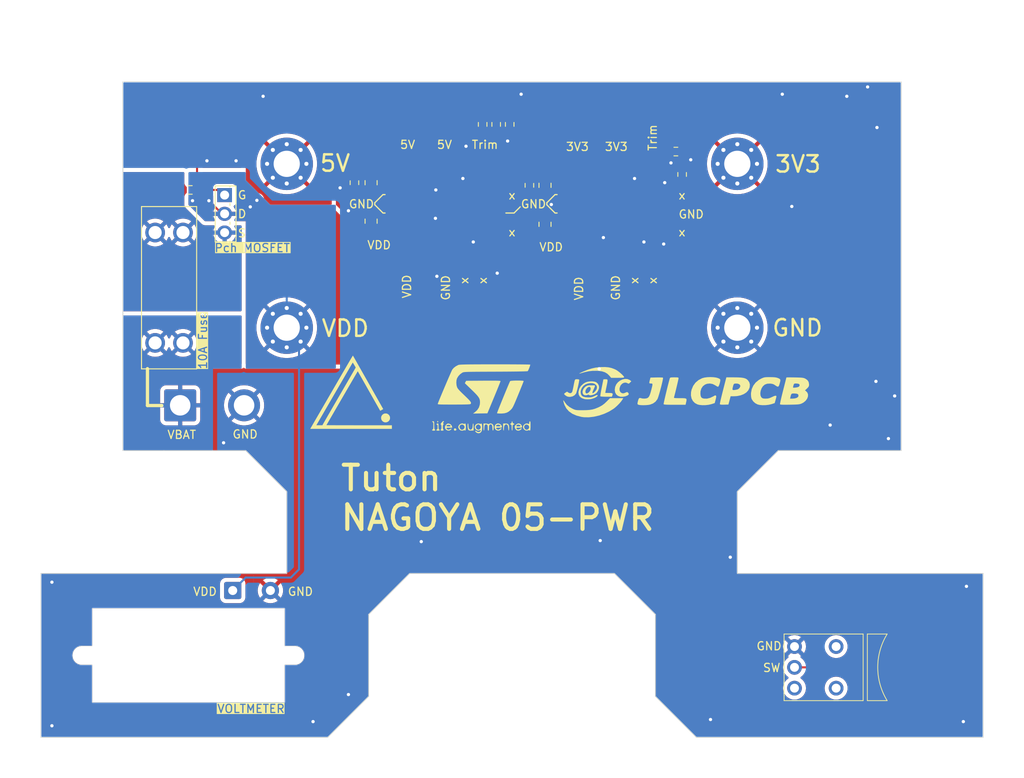
<source format=kicad_pcb>
(kicad_pcb (version 20221018) (generator pcbnew)
  (layers (0 "F.Cu" signal) (31 "B.Cu" signal) (34 "B.Paste" user) (35 "F.Paste" user) (36 "B.SilkS" user "B.Silkscreen") (37 "F.SilkS" user "F.Silkscreen") (38 "B.Mask" user) (39 "F.Mask" user) (44 "Edge.Cuts" user))
  (net 0 "")
  (net 1 "VDD")
  (net 2 "GND")
  (net 3 "+3V3")
  (net 4 "+5V")
  (net 5 "Net-(Q1-S)")
  (net 6 "Net-(J2-Pin_1)")
  (net 7 "Net-(Q1-G)")
  (net 8 "Net-(U2-Trim)")
  (net 9 "Net-(R1-Pad2)")
  (net 10 "Net-(R2-Pad2)")
  (net 11 "Net-(U1-Trim)")
  (net 12 "Net-(R4-Pad2)")
  (footprint "Capacitor_SMD:C_0805_2012Metric" (layer "F.Cu") (at 60.298 87 90)
    (fp_text reference "C1" hide)
    (fp_text value "22uF" hide)
    (pad "1" smd roundrect (at -0.95 0 90) (size 1 1.45) (layers "F.Cu" "F.Paste" "F.Mask") (net 1 "VDD"))
    (pad "2" smd roundrect (at 0.95 0 90) (size 1 1.45) (layers "F.Cu" "F.Paste" "F.Mask") (net 2 "GND"))
  )
  (footprint "Capacitor_SMD:C_0805_2012Metric" (layer "F.Cu") (at 81.526 87.38 90)
    (fp_text reference "C2" hide)
    (fp_text value "22uF" hide)
    (pad "1" smd roundrect (at -0.95 0 90) (size 1 1.45) (layers "F.Cu" "F.Paste" "F.Mask") (net 1 "VDD"))
    (pad "2" smd roundrect (at 0.95 0 90) (size 1 1.45) (layers "F.Cu" "F.Paste" "F.Mask") (net 2 "GND"))
  )
  (footprint "Akiduki:FUSE_3557-15" (layer "F.Cu") (at 35.638 95.119 -90)
    (fp_text reference "F1" hide)
    (fp_text value "Fuse" hide)
    (pad "1" thru_hole circle (at -6.735 -1.7 270) (size 2.4 2.4) (drill 1.6) (layers "*.Cu" "*.Mask") (net 5 "Net-(Q1-S)"))
    (pad "1" thru_hole circle (at -6.735 1.7 270) (size 2.4 2.4) (drill 1.6) (layers "*.Cu" "*.Mask") (net 5 "Net-(Q1-S)"))
    (pad "2" thru_hole circle (at 6.735 -1.7 270) (size 2.4 2.4) (drill 1.6) (layers "*.Cu" "*.Mask") (net 6 "Net-(J2-Pin_1)"))
    (pad "2" thru_hole circle (at 6.735 1.7 270) (size 2.4 2.4) (drill 1.6) (layers "*.Cu" "*.Mask") (net 6 "Net-(J2-Pin_1)"))
  )
  (footprint "Resistor_SMD:R_0603_1608Metric" (layer "F.Cu") (at 38.227 83.185)
    (fp_text reference "R8" hide)
    (fp_text value "10k" hide)
    (pad "1" smd roundrect (at -0.825 0) (size 0.8 0.95) (layers "F.Cu" "F.Paste" "F.Mask") (net 5 "Net-(Q1-S)"))
    (pad "2" smd roundrect (at 0.825 0) (size 0.8 0.95) (layers "F.Cu" "F.Paste" "F.Mask") (net 7 "Net-(Q1-G)"))
  )
  (footprint "MountingHole:MountingHole_3.2mm_M3_Pad_Via" (layer "F.Cu") (at 105 100)
    (fp_text reference "H2" hide)
    (fp_text value "ToMainGND" hide)
    (pad "1" thru_hole circle (at -2.4 0) (size 0.8 0.8) (drill 0.5) (layers "*.Cu" "*.Mask") (net 2 "GND"))
    (pad "1" thru_hole circle (at -1.697056 -1.697056) (size 0.8 0.8) (drill 0.5) (layers "*.Cu" "*.Mask") (net 2 "GND"))
    (pad "1" thru_hole circle (at -1.697056 1.697056) (size 0.8 0.8) (drill 0.5) (layers "*.Cu" "*.Mask") (net 2 "GND"))
    (pad "1" thru_hole circle (at 0 -2.4) (size 0.8 0.8) (drill 0.5) (layers "*.Cu" "*.Mask") (net 2 "GND"))
    (pad "1" thru_hole circle (at 0 0) (size 6.4 6.4) (drill 3.2) (layers "*.Cu" "*.Mask") (net 2 "GND"))
    (pad "1" thru_hole circle (at 0 2.4) (size 0.8 0.8) (drill 0.5) (layers "*.Cu" "*.Mask") (net 2 "GND"))
    (pad "1" thru_hole circle (at 1.697056 -1.697056) (size 0.8 0.8) (drill 0.5) (layers "*.Cu" "*.Mask") (net 2 "GND"))
    (pad "1" thru_hole circle (at 1.697056 1.697056) (size 0.8 0.8) (drill 0.5) (layers "*.Cu" "*.Mask") (net 2 "GND"))
    (pad "1" thru_hole circle (at 2.4 0) (size 0.8 0.8) (drill 0.5) (layers "*.Cu" "*.Mask") (net 2 "GND"))
  )
  (footprint "Resistor_SMD:R_0603_1608Metric" (layer "F.Cu") (at 79.621 82.62 -90)
    (fp_text reference "R6" hide)
    (fp_text value "1.2k" hide)
    (pad "1" smd roundrect (at -0.825 0 270) (size 0.8 0.95) (layers "F.Cu" "F.Paste" "F.Mask") (net 3 "+3V3"))
    (pad "2" smd roundrect (at 0.825 0 270) (size 0.8 0.95) (layers "F.Cu" "F.Paste" "F.Mask") (net 2 "GND"))
  )
  (footprint "Resistor_SMD:R_0603_1608Metric" (layer "F.Cu") (at 77.216 75.184 90)
    (fp_text reference "R3" hide)
    (fp_text value "10" hide)
    (pad "1" smd roundrect (at -0.825 0 90) (size 0.8 0.95) (layers "F.Cu" "F.Paste" "F.Mask") (net 10 "Net-(R2-Pad2)"))
    (pad "2" smd roundrect (at 0.825 0 90) (size 0.8 0.95) (layers "F.Cu" "F.Paste" "F.Mask") (net 2 "GND"))
  )
  (footprint "Resistor_SMD:R_0603_1608Metric" (layer "F.Cu") (at 58.266 82.301 -90)
    (fp_text reference "R7" hide)
    (fp_text value "1.2k" hide)
    (pad "1" smd roundrect (at -0.825 0 270) (size 0.8 0.95) (layers "F.Cu" "F.Paste" "F.Mask") (net 4 "+5V"))
    (pad "2" smd roundrect (at 0.825 0 270) (size 0.8 0.95) (layers "F.Cu" "F.Paste" "F.Mask") (net 2 "GND"))
  )
  (footprint "logo:st_logo_middle" (layer "F.Cu") (at 73.75 108.65)
    (fp_text reference "G***" hide)
    (fp_text value "LOGO" hide)
  )
  (footprint "Resistor_SMD:R_0603_1608Metric" (layer "F.Cu") (at 97.5 78.5)
    (fp_text reference "R4" hide)
    (fp_text value "1.5k" hide)
    (pad "1" smd roundrect (at -0.825 0) (size 0.8 0.95) (layers "F.Cu" "F.Paste" "F.Mask") (net 11 "Net-(U1-Trim)"))
    (pad "2" smd roundrect (at 0.825 0) (size 0.8 0.95) (layers "F.Cu" "F.Paste" "F.Mask") (net 12 "Net-(R4-Pad2)"))
  )
  (footprint "Akiduki:OKL-T6-W12N-C-SMD" (layer "F.Cu") (at 69.342 86.106 90)
    (fp_text reference "U2" hide)
    (fp_text value "~" hide)
    (pad "1" smd rect (at -5.6 0 90) (size 3 1.2) (layers "F.Cu" "F.Paste" "F.Mask") (net 2 "GND"))
    (pad "2" smd rect (at -5.6 -4.58 90) (size 3 1.2) (layers "F.Cu" "F.Paste" "F.Mask") (net 1 "VDD"))
    (pad "2" smd rect (at -3.6576 -4.58 90) (size 4 2) (layers "F.Cu" "F.Paste" "F.Mask") (net 1 "VDD"))
    (pad "2" smd rect (at -2.29 -5.6 90) (size 1.2 3) (layers "F.Cu" "F.Paste" "F.Mask") (net 1 "VDD"))
    (pad "3" smd rect (at 0 -5.6 90) (size 1.2 3) (layers "F.Cu" "F.Paste" "F.Mask") (net 2 "GND"))
    (pad "3" smd rect (at 1.14735 -4.58) (size 1.77 4.1121) (layers "F.Cu" "F.Paste" "F.Mask") (net 2 "GND"))
    (pad "3" smd rect (at 2.29 -5.6 90) (size 1.2 3) (layers "F.Cu" "F.Paste" "F.Mask") (net 2 "GND"))
    (pad "4" smd rect (at 4.7244 -3.4798 180) (size 4.17 1.862) (layers "F.Cu" "F.Paste" "F.Mask") (net 4 "+5V"))
    (pad "4" smd rect (at 5.6 -4.58 90) (size 3 1.2) (layers "F.Cu" "F.Paste" "F.Mask") (net 4 "+5V"))
    (pad "5" smd rect (at 5.6 0 90) (size 3 1.2) (layers "F.Cu" "F.Paste" "F.Mask") (net 4 "+5V"))
    (pad "6" smd rect (at 5.6 4.58 90) (size 3 1.2) (layers "F.Cu" "F.Paste" "F.Mask") (net 8 "Net-(U2-Trim)"))
    (pad "7" smd rect (at 0 5.6 90) (size 1.2 3) (layers "F.Cu" "F.Paste" "F.Mask") (net 2 "GND"))
    (pad "8" smd rect (at -2.29 5.6 90) (size 1.2 3) (layers "F.Cu" "F.Paste" "F.Mask"))
    (pad "9" smd rect (at -5.6 4.58 90) (size 3 1.2) (layers "F.Cu" "F.Paste" "F.Mask"))
    (pad "10" smd rect (at -5.6 2.29 90) (size 3 1.2) (layers "F.Cu" "F.Paste" "F.Mask"))
    (pad "11" smd rect (at 6.35 2.29 90) (size 1.5 1.2) (layers "F.Cu" "F.Paste" "F.Mask"))
    (pad "12" smd rect (at 2.29 5.6 90) (size 1.2 3) (layers "F.Cu" "F.Paste" "F.Mask"))
  )
  (footprint "Package_TO_SOT_THT:TO-251-3_Vertical" (layer "F.Cu") (at 42.418 83.812 -90)
    (fp_text reference "Q1" hide)
    (fp_text value "Q_PMOS_GDS" hide)
    (pad "1" thru_hole rect (at 0 0 270) (size 1.7175 1.8) (drill 1.1) (layers "*.Cu" "*.Mask") (net 7 "Net-(Q1-G)"))
    (pad "2" thru_hole oval (at 2.29 0 270) (size 1.7175 1.8) (drill 1.1) (layers "*.Cu" "*.Mask") (net 1 "VDD"))
    (pad "3" thru_hole oval (at 4.58 0 270) (size 1.7175 1.8) (drill 1.1) (layers "*.Cu" "*.Mask") (net 5 "Net-(Q1-S)"))
  )
  (footprint "MountingHole:MountingHole_3.2mm_M3_Pad_Via" (layer "F.Cu") (at 50 80)
    (fp_text reference "H4" hide)
    (fp_text value "ToMain5V" hide)
    (pad "1" thru_hole circle (at -2.4 0) (size 0.8 0.8) (drill 0.5) (layers "*.Cu" "*.Mask") (net 4 "+5V"))
    (pad "1" thru_hole circle (at -1.697056 -1.697056) (size 0.8 0.8) (drill 0.5) (layers "*.Cu" "*.Mask") (net 4 "+5V"))
    (pad "1" thru_hole circle (at -1.697056 1.697056) (size 0.8 0.8) (drill 0.5) (layers "*.Cu" "*.Mask") (net 4 "+5V"))
    (pad "1" thru_hole circle (at 0 -2.4) (size 0.8 0.8) (drill 0.5) (layers "*.Cu" "*.Mask") (net 4 "+5V"))
    (pad "1" thru_hole circle (at 0 0) (size 6.4 6.4) (drill 3.2) (layers "*.Cu" "*.Mask") (net 4 "+5V"))
    (pad "1" thru_hole circle (at 0 2.4) (size 0.8 0.8) (drill 0.5) (layers "*.Cu" "*.Mask") (net 4 "+5V"))
    (pad "1" thru_hole circle (at 1.697056 -1.697056) (size 0.8 0.8) (drill 0.5) (layers "*.Cu" "*.Mask") (net 4 "+5V"))
    (pad "1" thru_hole circle (at 1.697056 1.697056) (size 0.8 0.8) (drill 0.5) (layers "*.Cu" "*.Mask") (net 4 "+5V"))
    (pad "1" thru_hole circle (at 2.4 0) (size 0.8 0.8) (drill 0.5) (layers "*.Cu" "*.Mask") (net 4 "+5V"))
  )
  (footprint "Akiduki:AkizukiSmallRockerSwitchHorizontal" (layer "F.Cu") (at 111.979859 141.46 90)
    (fp_text reference "SW1" hide)
    (fp_text value "SW_SPST" hide)
    (pad "" thru_hole circle (at -2.54 5.08 90) (size 1.8 1.8) (drill 1.09) (layers "*.Cu" "*.Mask"))
    (pad "" thru_hole circle (at 2.54 5.08 90) (size 1.8 1.8) (drill 1.09) (layers "*.Cu" "*.Mask"))
    (pad "1" thru_hole circle (at 2.54 0 90) (size 1.8 1.8) (drill 1.09) (layers "*.Cu" "*.Mask") (net 2 "GND"))
    (pad "2" thru_hole circle (at 0 0 90) (size 1.8 1.8) (drill 1.09) (layers "*.Cu" "*.Mask") (net 7 "Net-(Q1-G)"))
    (pad "3" thru_hole circle (at -2.54 0 90) (size 1.8 1.8) (drill 1.09) (layers "*.Cu" "*.Mask"))
  )
  (footprint "Capacitor_SMD:C_0805_2012Metric" (layer "F.Cu") (at 60.298 82.301 -90)
    (fp_text reference "C4" hide)
    (fp_text value "10uF" hide)
    (pad "1" smd roundrect (at -0.95 0 270) (size 1 1.45) (layers "F.Cu" "F.Paste" "F.Mask") (net 4 "+5V"))
    (pad "2" smd roundrect (at 0.95 0 270) (size 1 1.45) (layers "F.Cu" "F.Paste" "F.Mask") (net 2 "GND"))
  )
  (footprint "MountingHole:MountingHole_3.2mm_M3_Pad_Via" (layer "F.Cu") (at 50 100)
    (fp_text reference "H1" hide)
    (fp_text value "ToMainVDD" hide)
    (pad "1" thru_hole circle (at -2.4 0) (size 0.8 0.8) (drill 0.5) (layers "*.Cu" "*.Mask") (net 1 "VDD"))
    (pad "1" thru_hole circle (at -1.697056 -1.697056) (size 0.8 0.8) (drill 0.5) (layers "*.Cu" "*.Mask") (net 1 "VDD"))
    (pad "1" thru_hole circle (at -1.697056 1.697056) (size 0.8 0.8) (drill 0.5) (layers "*.Cu" "*.Mask") (net 1 "VDD"))
    (pad "1" thru_hole circle (at 0 -2.4) (size 0.8 0.8) (drill 0.5) (layers "*.Cu" "*.Mask") (net 1 "VDD"))
    (pad "1" thru_hole circle (at 0 0) (size 6.4 6.4) (drill 3.2) (layers "*.Cu" "*.Mask") (net 1 "VDD"))
    (pad "1" thru_hole circle (at 0 2.4) (size 0.8 0.8) (drill 0.5) (layers "*.Cu" "*.Mask") (net 1 "VDD"))
    (pad "1" thru_hole circle (at 1.697056 -1.697056) (size 0.8 0.8) (drill 0.5) (layers "*.Cu" "*.Mask") (net 1 "VDD"))
    (pad "1" thru_hole circle (at 1.697056 1.697056) (size 0.8 0.8) (drill 0.5) (layers "*.Cu" "*.Mask") (net 1 "VDD"))
    (pad "1" thru_hole circle (at 2.4 0) (size 0.8 0.8) (drill 0.5) (layers "*.Cu" "*.Mask") (net 1 "VDD"))
  )
  (footprint "Connector_Wire:SolderWire-2sqmm_1x02_P7.8mm_D2mm_OD3.9mm" (layer "F.Cu") (at 36.994 109.474)
    (fp_text reference "J2" hide)
    (fp_text value "Battery" hide)
    (pad "1" thru_hole roundrect (at 0 0) (size 3.9 3.9) (drill 2.5) (layers "*.Cu" "*.Mask") (roundrect_rratio 0.06410307692) (net 6 "Net-(J2-Pin_1)"))
    (pad "2" thru_hole circle (at 7.8 0) (size 3.9 3.9) (drill 2.5) (layers "*.Cu" "*.Mask") (net 2 "GND"))
  )
  (footprint "logo:tuton_logo" (layer "F.Cu") (at 57.85 107.85)
    (fp_text reference "G***" hide)
    (fp_text value "LOGO" hide)
  )
  (footprint "Resistor_SMD:R_0603_1608Metric" (layer "F.Cu") (at 98.262 81.294 -90)
    (fp_text reference "R5" hide)
    (fp_text value "680" hide)
    (pad "1" smd roundrect (at -0.825 0 270) (size 0.8 0.95) (layers "F.Cu" "F.Paste" "F.Mask") (net 12 "Net-(R4-Pad2)"))
    (pad "2" smd roundrect (at 0.825 0 270) (size 0.8 0.95) (layers "F.Cu" "F.Paste" "F.Mask") (net 2 "GND"))
  )
  (footprint "Capacitor_SMD:C_0805_2012Metric" (layer "F.Cu") (at 81.526 82.62 -90)
    (fp_text reference "C3" hide)
    (fp_text value "10uF" hide)
    (pad "1" smd roundrect (at -0.95 0 270) (size 1 1.45) (layers "F.Cu" "F.Paste" "F.Mask") (net 3 "+3V3"))
    (pad "2" smd roundrect (at 0.95 0 270) (size 1 1.45) (layers "F.Cu" "F.Paste" "F.Mask") (net 2 "GND"))
  )
  (footprint "MountingHole:MountingHole_3.2mm_M3_Pad_Via" (layer "F.Cu") (at 105 80)
    (fp_text reference "H3" hide)
    (fp_text value "ToMain3V3" hide)
    (pad "1" thru_hole circle (at -2.4 0) (size 0.8 0.8) (drill 0.5) (layers "*.Cu" "*.Mask") (net 3 "+3V3"))
    (pad "1" thru_hole circle (at -1.697056 -1.697056) (size 0.8 0.8) (drill 0.5) (layers "*.Cu" "*.Mask") (net 3 "+3V3"))
    (pad "1" thru_hole circle (at -1.697056 1.697056) (size 0.8 0.8) (drill 0.5) (layers "*.Cu" "*.Mask") (net 3 "+3V3"))
    (pad "1" thru_hole circle (at 0 -2.4) (size 0.8 0.8) (drill 0.5) (layers "*.Cu" "*.Mask") (net 3 "+3V3"))
    (pad "1" thru_hole circle (at 0 0) (size 6.4 6.4) (drill 3.2) (layers "*.Cu" "*.Mask") (net 3 "+3V3"))
    (pad "1" thru_hole circle (at 0 2.4) (size 0.8 0.8) (drill 0.5) (layers "*.Cu" "*.Mask") (net 3 "+3V3"))
    (pad "1" thru_hole circle (at 1.697056 -1.697056) (size 0.8 0.8) (drill 0.5) (layers "*.Cu" "*.Mask") (net 3 "+3V3"))
    (pad "1" thru_hole circle (at 1.697056 1.697056) (size 0.8 0.8) (drill 0.5) (layers "*.Cu" "*.Mask") (net 3 "+3V3"))
    (pad "1" thru_hole circle (at 2.4 0) (size 0.8 0.8) (drill 0.5) (layers "*.Cu" "*.Mask") (net 3 "+3V3"))
  )
  (footprint "Resistor_SMD:R_0603_1608Metric" (layer "F.Cu") (at 75.565 75.184 -90)
    (fp_text reference "R2" hide)
    (fp_text value "330" hide)
    (pad "1" smd roundrect (at -0.825 0 270) (size 0.8 0.95) (layers "F.Cu" "F.Paste" "F.Mask") (net 9 "Net-(R1-Pad2)"))
    (pad "2" smd roundrect (at 0.825 0 270) (size 0.8 0.95) (layers "F.Cu" "F.Paste" "F.Mask") (net 10 "Net-(R2-Pad2)"))
  )
  (footprint "Resistor_SMD:R_0603_1608Metric" (layer "F.Cu") (at 73.914 75.184 90)
    (fp_text reference "R1" hide)
    (fp_text value "1k" hide)
    (pad "1" smd roundrect (at -0.825 0 90) (size 0.8 0.95) (layers "F.Cu" "F.Paste" "F.Mask") (net 8 "Net-(U2-Trim)"))
    (pad "2" smd roundrect (at 0.825 0 90) (size 0.8 0.95) (layers "F.Cu" "F.Paste" "F.Mask") (net 9 "Net-(R1-Pad2)"))
  )
  (footprint "Connector_Wire:SolderWire-0.5sqmm_1x02_P4.6mm_D0.9mm_OD2.1mm" (layer "F.Cu") (at 43.406 132.08)
    (fp_text reference "J1" hide)
    (fp_text value "voltmeter" hide)
    (pad "1" thru_hole roundrect (at 0 0) (size 2.1 2.1) (drill 1.1) (layers "*.Cu" "*.Mask") (roundrect_rratio 0.1190480952) (net 1 "VDD"))
    (pad "2" thru_hole circle (at 4.6 0) (size 2.1 2.1) (drill 1.1) (layers "*.Cu" "*.Mask") (net 2 "GND"))
  )
  (footprint "Akiduki:Voltmeter" (layer "F.Cu") (at 38 140)
    (fp_text reference "REF**" hide)
    (fp_text value "voltmeter" hide)
    (fp_line (start -13 -1.15) (end -11.75 -1.15) (stroke (width 0.05)) (layer "Edge.Cuts"))
    (fp_line (start -11.75 -5.75) (end 11.75 -5.75) (stroke (width 0.05)) (layer "Edge.Cuts"))
    (fp_line (start -11.75 -1.15) (end -11.75 -5.75) (stroke (width 0.05)) (layer "Edge.Cuts"))
    (fp_line (start -11.75 1.15) (end -13 1.15) (stroke (width 0.05)) (layer "Edge.Cuts"))
    (fp_line (start -11.75 5.75) (end -11.75 1.15) (stroke (width 0.05)) (layer "Edge.Cuts"))
    (fp_line (start 11.75 -5.75) (end 11.75 -1.15) (stroke (width 0.05)) (layer "Edge.Cuts"))
    (fp_line (start 11.75 -1.15) (end 13 -1.15) (stroke (width 0.05)) (layer "Edge.Cuts"))
    (fp_line (start 11.75 1.15) (end 11.75 5.75) (stroke (width 0.05)) (layer "Edge.Cuts"))
    (fp_line (start 11.75 5.75) (end -11.75 5.75) (stroke (width 0.05)) (layer "Edge.Cuts"))
    (fp_line (start 13 1.15) (end 11.75 1.15) (stroke (width 0.05)) (layer "Edge.Cuts"))
    (fp_arc (start -13 1.15) (mid -14.15 0) (end -13 -1.15) (stroke (width 0.05)) (layer "Edge.Cuts"))
    (fp_arc (start 13 -1.15) (mid 14.15 0) (end 13 1.15) (stroke (width 0.05)) (layer "Edge.Cuts"))
  )
  (footprint "Akiduki:OKL-T6-W12N-C-SMD" (layer "F.Cu") (at 90.17 86.106 90)
    (fp_text reference "U1" hide)
    (fp_text value "~" hide)
    (pad "1" smd rect (at -5.6 0 90) (size 3 1.2) (layers "F.Cu" "F.Paste" "F.Mask") (net 2 "GND"))
    (pad "2" smd rect (at -5.6 -4.58 90) (size 3 1.2) (layers "F.Cu" "F.Paste" "F.Mask") (net 1 "VDD"))
    (pad "2" smd rect (at -3.6576 -4.58 90) (size 4 2) (layers "F.Cu" "F.Paste" "F.Mask") (net 1 "VDD"))
    (pad "2" smd rect (at -2.29 -5.6 90) (size 1.2 3) (layers "F.Cu" "F.Paste" "F.Mask") (net 1 "VDD"))
    (pad "3" smd rect (at 0 -5.6 90) (size 1.2 3) (layers "F.Cu" "F.Paste" "F.Mask") (net 2 "GND"))
    (pad "3" smd rect (at 1.14735 -4.58) (size 1.77 4.1121) (layers "F.Cu" "F.Paste" "F.Mask") (net 2 "GND"))
    (pad "3" smd rect (at 2.29 -5.6 90) (size 1.2 3) (layers "F.Cu" "F.Paste" "F.Mask") (net 2 "GND"))
    (pad "4" smd rect (at 4.7244 -3.4798 180) (size 4.17 1.862) (layers "F.Cu" "F.Paste" "F.Mask") (net 3 "+3V3"))
    (pad "4" smd rect (at 5.6 -4.58 90) (size 3 1.2) (layers "F.Cu" "F.Paste" "F.Mask") (net 3 "+3V3"))
    (pad "5" smd rect (at 5.6 0 90) (size 3 1.2) (layers "F.Cu" "F.Paste" "F.Mask") (net 3 "+3V3"))
    (pad "6" smd rect (at 5.6 4.58 90) (size 3 1.2) (layers "F.Cu" "F.Paste" "F.Mask") (net 11 "Net-(U1-Trim)"))
    (pad "7" smd rect (at 0 5.6 90) (size 1.2 3) (layers "F.Cu" "F.Paste" "F.Mask") (net 2 "GND"))
    (pad "8" smd rect (at -2.29 5.6 90) (size 1.2 3) (layers "F.Cu" "F.Paste" "F.Mask"))
    (pad "9" smd rect (at -5.6 4.58 90) (size 3 1.2) (layers "F.Cu" "F.Paste" "F.Mask"))
    (pad "10" smd rect (at -5.6 2.29 90) (size 3 1.2) (layers "F.Cu" "F.Paste" "F.Mask"))
    (pad "11" smd rect (at 6.35 2.29 90) (size 1.5 1.2) (layers "F.Cu" "F.Paste" "F.Mask"))
    (pad "12" smd rect (at 2.29 5.6 90) (size 1.2 3) (layers "F.Cu" "F.Paste" "F.Mask"))
  )
  (footprint "logo:jlcpcb_logo_big" (layer "F.Cu") (at 98.75 107.85)
    (fp_text reference "G***" hide)
    (fp_text value "LOGO" hide)
  )
  (gr_line (start 33 105) (end 33 109.5) (stroke (width 0.4)) (layer "F.SilkS"))
  (gr_line (start 77.75 86) (end 78.5 85.25) (stroke (width 0.15)) (layer "F.SilkS"))
  (gr_line (start 61.75 83.75) (end 60.75 84.75) (stroke (width 0.15)) (layer "F.SilkS"))
  (gr_line (start 33 109.5) (end 34.75 109.5) (stroke (width 0.4)) (layer "F.SilkS"))
  (gr_line (start 81.75 84.75) (end 81.75 85) (stroke (width 0.15)) (layer "F.SilkS"))
  (gr_line (start 76.75 86) (end 77.75 86) (stroke (width 0.15)) (layer "F.SilkS"))
  (gr_line (start 60.75 85) (end 61.75 86) (stroke (width 0.15)) (layer "F.SilkS"))
  (gr_line (start 82.75 86) (end 83 86) (stroke (width 0.15)) (layer "F.SilkS"))
  (gr_line (start 61.75 86) (end 62 86) (stroke (width 0.15)) (layer "F.SilkS"))
  (gr_line (start 81.75 85) (end 82.75 86) (stroke (width 0.15)) (layer "F.SilkS"))
  (gr_line (start 82.75 83.75) (end 81.75 84.75) (stroke (width 0.15)) (layer "F.SilkS"))
  (gr_line (start 60.75 84.75) (end 60.75 85) (stroke (width 0.15)) (layer "F.SilkS"))
  (gr_line (start 62 83.75) (end 61.75 83.75) (stroke (width 0.15)) (layer "F.SilkS"))
  (gr_line (start 83 83.75) (end 82.75 83.75) (stroke (width 0.15)) (layer "F.SilkS"))
  (gr_line (start 125 70) (end 30 70) (stroke (width 0.1)) (layer "Edge.Cuts"))
  (gr_line (start 95 145) (end 100 150) (stroke (width 0.1)) (layer "Edge.Cuts"))
  (gr_line (start 90 130) (end 95 135) (stroke (width 0.1)) (layer "Edge.Cuts"))
  (gr_line (start 20 130) (end 50 130) (stroke (width 0.1)) (layer "Edge.Cuts"))
  (gr_line (start 20 150) (end 20 130) (stroke (width 0.1)) (layer "Edge.Cuts"))
  (gr_line (start 20 150) (end 55 150) (stroke (width 0.1)) (layer "Edge.Cuts"))
  (gr_line (start 65 130) (end 90 130) (stroke (width 0.1)) (layer "Edge.Cuts"))
  (gr_line (start 125 115) (end 125 70) (stroke (width 0.1)) (layer "Edge.Cuts"))
  (gr_line (start 100 150) (end 135 150) (stroke (width 0.1)) (layer "Edge.Cuts"))
  (gr_line (start 110 115) (end 125 115) (stroke (width 0.1)) (layer "Edge.Cuts"))
  (gr_line (start 35 115) (end 45 115) (stroke (width 0.1)) (layer "Edge.Cuts"))
  (gr_line (start 55 150) (end 60 145) (stroke (width 0.1)) (layer "Edge.Cuts"))
  (gr_line (start 45 115) (end 50 120) (stroke (width 0.1)) (layer "Edge.Cuts"))
  (gr_line (start 105 120) (end 105 130) (stroke (width 0.1)) (layer "Edge.Cuts"))
  (gr_line (start 50 120) (end 50 130) (stroke (width 0.1)) (layer "Edge.Cuts"))
  (gr_line (start 60 135) (end 65 130) (stroke (width 0.1)) (layer "Edge.Cuts"))
  (gr_line (start 95 135) (end 95 145) (stroke (width 0.1)) (layer "Edge.Cuts"))
  (gr_line (start 135 130) (end 135 150) (stroke (width 0.1)) (layer "Edge.Cuts"))
  (gr_line (start 60 145) (end 60 135) (stroke (width 0.1)) (layer "Edge.Cuts"))
  (gr_line (start 30 70) (end 30 115) (stroke (width 0.1)) (layer "Edge.Cuts"))
  (gr_line (start 105 130) (end 135 130) (stroke (width 0.1)) (layer "Edge.Cuts"))
  (gr_line (start 110 115) (end 105 120) (stroke (width 0.1)) (layer "Edge.Cuts"))
  (gr_line (start 35 115) (end 30 115) (stroke (width 0.1)) (layer "Edge.Cuts"))
  (gr_text "x" (at 98.75 88 180) (layer "F.SilkS") (effects (font (size 1 1)) (justify left bottom)))
  (gr_text "x" (at 74.5 94.75 90) (layer "F.SilkS") (effects (font (size 1 1)) (justify left bottom)))
  (gr_text "GND" (at 50.05 132.8) (layer "F.SilkS") (effects (font (size 1 1)) (justify left bottom)))
  (gr_text "GND" (at 57.5 85.5) (layer "F.SilkS") (effects (font (size 1 1)) (justify left bottom)))
  (gr_text "GND" (at 90.75 96.75 90) (layer "F.SilkS") (effects (font (size 1 1)) (justify left bottom)))
  (gr_text "VDD" (at 54.1 101.25) (layer "F.SilkS") (effects (font (size 2 2) (thickness 0.3)) (justify left bottom)))
  (gr_text "Trim" (at 95.25 78.5 90) (layer "F.SilkS") (effects (font (size 1 1)) (justify left bottom)))
  (gr_text "Pch MOSFET" (at 41.1 90.85) (layer "F.SilkS" knockout) (effects (font (size 1 1)) (justify left bottom)))
  (gr_text "GND" (at 107.25 139.45) (layer "F.SilkS") (effects (font (size 1 1)) (justify left bottom)))
  (gr_text "GND" (at 109.1 101.2) (layer "F.SilkS") (effects (font (size 2 2) (thickness 0.3)) (justify left bottom)))
  (gr_text "VDD" (at 38.5 132.8) (layer "F.SilkS") (effects (font (size 1 1)) (justify left bottom)))
  (gr_text "5V" (at 53.9 81.1) (layer "F.SilkS") (effects (font (size 2 2) (thickness 0.3)) (justify left bottom)))
  (gr_text "5V" (at 63.75 78.25) (layer "F.SilkS") (effects (font (size 1 1)) (justify left bottom)))
  (gr_text "GND" (at 43.3 113.6) (layer "F.SilkS") (effects (font (size 1 1)) (justify left bottom)))
  (gr_text "x" (at 78 83.5 180) (layer "F.SilkS") (effects (font (size 1 1)) (justify left bottom)))
  (gr_text "10A Fuse" (at 40.35 105.15 90) (layer "F.SilkS" knockout) (effects (font (size 1 1)) (justify left bottom)))
  (gr_text "x" (at 93 94.75 90) (layer "F.SilkS") (effects (font (size 1 1)) (justify left bottom)))
  (gr_text "GND" (at 97.75 86.75) (layer "F.SilkS") (effects (font (size 1 1)) (justify left bottom)))
  (gr_text "VOLTMETER" (at 41.45 147.1) (layer "F.SilkS" knockout) (effects (font (size 1 1)) (justify left bottom)))
  (gr_text "3V3" (at 88.75 78.5) (layer "F.SilkS") (effects (font (size 1 1)) (justify left bottom)))
  (gr_text "SW" (at 108.05 142.1) (layer "F.SilkS") (effects (font (size 1 1)) (justify left bottom)))
  (gr_text "GND" (at 70 96.75 90) (layer "F.SilkS") (effects (font (size 1 1)) (justify left bottom)))
  (gr_text "x" (at 98.75 83.5 180) (layer "F.SilkS") (effects (font (size 1 1)) (justify left bottom)))
  (gr_text "VDD" (at 65.25 96.5 90) (layer "F.SilkS") (effects (font (size 1 1)) (justify left bottom)))
  (gr_text "G" (at 43.95 84.4) (layer "F.SilkS") (effects (font (size 1 1)) (justify left bottom)))
  (gr_text "GND" (at 78.5 85.5) (layer "F.SilkS") (effects (font (size 1 1)) (justify left bottom)))
  (gr_text "S" (at 43.95 89.05) (layer "F.SilkS") (effects (font (size 1 1)) (justify left bottom)))
  (gr_text "3V3" (at 84 78.5) (layer "F.SilkS") (effects (font (size 1 1)) (justify left bottom)))
  (gr_text "3V3" (at 109.45 81.2) (layer "F.SilkS") (effects (font (size 2 2) (thickness 0.3)) (justify left bottom)))
  (gr_text "D" (at 43.95 86.7) (layer "F.SilkS") (effects (font (size 1 1)) (justify left bottom)))
  (gr_text "Trim" (at 72.5 78.25) (layer "F.SilkS") (effects (font (size 1 1)) (justify left bottom)))
  (gr_text "VDD" (at 59.75 90.5) (layer "F.SilkS") (effects (font (size 1 1)) (justify left bottom)))
  (gr_text "VBAT" (at 35.35 113.65) (layer "F.SilkS") (effects (font (size 1 1)) (justify left bottom)))
  (gr_text "x" (at 72.25 94.75 90) (layer "F.SilkS") (effects (font (size 1 1)) (justify left bottom)))
  (gr_text "5V" (at 68.25 78.25) (layer "F.SilkS") (effects (font (size 1 1)) (justify left bottom)))
  (gr_text "VDD" (at 80.75 90.75) (layer "F.SilkS") (effects (font (size 1 1)) (justify left bottom)))
  (gr_text "x" (at 78 88 180) (layer "F.SilkS") (effects (font (size 1 1)) (justify left bottom)))
  (gr_text "Tuton \nNAGOYA 05-PWR" (at 56.35 124.95) (layer "F.SilkS") (effects (font (size 3 3) (thickness 0.5) bold) (justify left bottom)))
  (gr_text "x" (at 95.25 94.75 90) (layer "F.SilkS") (effects (font (size 1 1)) (justify left bottom)))
  (gr_text "VDD" (at 86.25 96.75 90) (layer "F.SilkS") (effects (font (size 1 1)) (justify left bottom)))
  (segment (start 62.738 94.234) (end 66.802 94.234) (width 0.25) (layer "F.Cu") (net 1))
  (segment (start 87.249 88.392) (end 87.249 91.948) (width 0.25) (layer "F.Cu") (net 1))
  (segment (start 64.762 91.706) (end 64.762 92.21) (width 0.25) (layer "F.Cu") (net 1))
  (segment (start 42.102 86.102) (end 40.5 84.5) (width 0.25) (layer "F.Cu") (net 1))
  (segment (start 87.249 91.948) (end 87.007 91.706) (width 0.25) (layer "F.Cu") (net 1))
  (segment (start 66.802 94.234) (end 66.929 94.107) (width 0.25) (layer "F.Cu") (net 1))
  (segment (start 85.59 91.706) (end 83.427 91.706) (width 0.25) (layer "F.Cu") (net 1))
  (segment (start 44.698 86.102) (end 42.418 86.102) (width 0.25) (layer "F.Cu") (net 1))
  (segment (start 64.762 92.21) (end 62.738 94.234) (width 0.25) (layer "F.Cu") (net 1))
  (segment (start 64.762 91.94) (end 66.294 93.472) (width 0.25) (layer "F.Cu") (net 1))
  (segment (start 63.869 91.706) (end 61.468 94.107) (width 0.25) (layer "F.Cu") (net 1))
  (segment (start 42.418 86.102) (end 42.102 86.102) (width 0.25) (layer "F.Cu") (net 1))
  (segment (start 45.55 85.25) (end 44.698 86.102) (width 0.25) (layer "F.Cu") (net 1))
  (segment (start 84.57 88.396) (end 87.245 88.396) (width 0.25) (layer "F.Cu") (net 1))
  (segment (start 63.742 88.396) (end 66.671 88.396) (width 0.25) (layer "F.Cu") (net 1))
  (segment (start 87.007 91.706) (end 85.59 91.706) (width 0.25) (layer "F.Cu") (net 1))
  (segment (start 87.245 88.396) (end 87.249 88.392) (width 0.25) (layer "F.Cu") (net 1))
  (segment (start 64.762 91.706) (end 63.869 91.706) (width 0.25) (layer "F.Cu") (net 1))
  (segment (start 64.762 91.706) (end 64.762 91.94) (width 0.25) (layer "F.Cu") (net 1))
  (segment (start 66.671 88.396) (end 66.802 88.265) (width 0.25) (layer "F.Cu") (net 1))
  (segment (start 83.427 91.706) (end 82.931 92.202) (width 0.25) (layer "F.Cu") (net 1))
  (via (at 40.5 84.5) (size 0.8) (drill 0.4) (layers "F.Cu" "B.Cu") (net 1))
  (via (at 45.55 85.25) (size 0.8) (drill 0.4) (layers "F.Cu" "B.Cu") (net 1))
  (via (at 38.5 84.5) (size 0.8) (drill 0.4) (layers "F.Cu" "B.Cu") (net 1))
  (via (at 46.355 84.455) (size 0.8) (drill 0.4) (layers "F.Cu" "B.Cu") (net 1))
  (segment (start 50.5 130.5) (end 51.5 129.5) (width 0.25) (layer "B.Cu") (net 1))
  (segment (start 46.25 85.25) (end 50 89) (width 0.25) (layer "B.Cu") (net 1))
  (segment (start 50 89) (end 50 100) (width 0.25) (layer "B.Cu") (net 1))
  (segment (start 44.986 130.5) (end 50.5 130.5) (width 0.25) (layer "B.Cu") (net 1))
  (segment (start 45.55 85.25) (end 46.25 85.25) (width 0.25) (layer "B.Cu") (net 1))
  (segment (start 51.5 101.5) (end 50 100) (width 0.25) (layer "B.Cu") (net 1))
  (segment (start 43.406 132.08) (end 44.986 130.5) (width 0.25) (layer "B.Cu") (net 1))
  (segment (start 51.5 129.5) (end 51.5 101.5) (width 0.25) (layer "B.Cu") (net 1))
  (segment (start 84.57 83.816) (end 83.443 83.816) (width 0.25) (layer "F.Cu") (net 2))
  (segment (start 77.216 74.359) (end 76.491 73.634) (width 0.25) (layer "F.Cu") (net 2))
  (segment (start 64.762 84.95865) (end 61.595 84.95865) (width 0.25) (layer "F.Cu") (net 2))
  (segment (start 84.57 85.97865) (end 85.59 84.95865) (width 0.25) (layer "F.Cu") (net 2))
  (segment (start 82.30035 84.95865) (end 82.296 84.963) (width 0.25) (layer "F.Cu") (net 2))
  (segment (start 85.59 84.95865) (end 82.30035 84.95865) (width 0.25) (layer "F.Cu") (net 2))
  (segment (start 73.606 86.106) (end 74.942 86.106) (width 0.25) (layer "F.Cu") (net 2))
  (segment (start 72.997 85.497) (end 73.606 86.106) (width 0.25) (layer "F.Cu") (net 2))
  (segment (start 83.439 86.106) (end 82.296 84.963) (width 0.25) (layer "F.Cu") (net 2))
  (segment (start 63.742 86.106) (end 62.611 86.106) (width 0.25) (layer "F.Cu") (net 2))
  (segment (start 63.742 83.816) (end 62.73765 83.816) (width 0.25) (layer "F.Cu") (net 2))
  (segment (start 60.354 86.106) (end 60.298 86.05) (width 0.25) (layer "F.Cu") (net 2))
  (segment (start 76.491 73.634) (end 73.415996 73.634) (width 0.25) (layer "F.Cu") (net 2))
  (segment (start 62.73765 83.816) (end 61.595 84.95865) (width 0.25) (layer "F.Cu") (net 2))
  (segment (start 72.997 74.052996) (end 72.997 85.497) (width 0.25) (layer "F.Cu") (net 2))
  (segment (start 83.443 83.816) (end 82.296 84.963) (width 0.25) (layer "F.Cu") (net 2))
  (segment (start 60.96 84.455) (end 60.96 83.913) (width 0.25) (layer "F.Cu") (net 2))
  (segment (start 60.96 83.913) (end 60.298 83.251) (width 0.25) (layer "F.Cu") (net 2))
  (segment (start 61.46365 84.95865) (end 60.96 84.455) (width 0.25) (layer "F.Cu") (net 2))
  (segment (start 84.57 86.106) (end 83.439 86.106) (width 0.25) (layer "F.Cu") (net 2))
  (segment (start 62.611 86.106) (end 60.96 84.455) (width 0.25) (layer "F.Cu") (net 2))
  (segment (start 61.595 84.95865) (end 61.46365 84.95865) (width 0.25) (layer "F.Cu") (net 2))
  (segment (start 84.57 86.106) (end 84.57 85.97865) (width 0.25) (layer "F.Cu") (net 2))
  (segment (start 63.742 86.106) (end 60.354 86.106) (width 0.25) (layer "F.Cu") (net 2))
  (segment (start 73.415996 73.634) (end 72.997 74.052996) (width 0.25) (layer "F.Cu") (net 2))
  (via (at 68.15 86.65) (size 0.8) (drill 0.4) (layers "F.Cu" "B.Cu") (net 2))
  (via (at 56.515 82.931) (size 0.8) (drill 0.4) (layers "F.Cu" "B.Cu") (net 2))
  (via (at 132.969 131.572) (size 0.8) (drill 0.4) (layers "F.Cu" "B.Cu") (net 2))
  (via (at 120.904 70.612) (size 0.8) (drill 0.4) (layers "F.Cu" "B.Cu") (net 2))
  (via (at 47.117 71.755) (size 0.8) (drill 0.4) (layers "F.Cu" "B.Cu") (net 2))
  (via (at 104.14 128.016) (size 0.8) (drill 0.4) (layers "F.Cu" "B.Cu") (net 2))
  (via (at 71.501 81.788) (size 0.8) (drill 0.4) (layers "F.Cu" "B.Cu") (net 2))
  (via (at 124.206 108.331) (size 0.8) (drill 0.4) (layers "F.Cu" "B.Cu") (net 2))
  (via (at 21.336 131.064) (size 0.8) (drill 0.4) (layers "F.Cu" "B.Cu") (net 2))
  (via (at 96.012 89.789) (size 0.8) (drill 0.4) (layers "F.Cu" "B.Cu") (net 2))
  (via (at 42.291 114.046) (size 0.8) (drill 0.4) (layers "F.Cu" "B.Cu") (net 2))
  (via (at 68.326 93.726) (size 0.8) (drill 0.4) (layers "F.Cu" "B.Cu") (net 2))
  (via (at 121.92 106.553) (size 0.8) (drill 0.4) (layers "F.Cu" "B.Cu") (net 2))
  (via (at 88.265 125.984) (size 0.8) (drill 0.4) (layers "F.Cu" "B.Cu") (net 2))
  (via (at 101.727 147.828) (size 0.8) (drill 0.4) (layers "F.Cu" "B.Cu") (net 2))
  (via (at 66.421 126.111) (size 0.8) (drill 0.4) (layers "F.Cu" "B.Cu") (net 2))
  (via (at 110.49 71.501) (size 0.8) (drill 0.4) (layers "F.Cu" "B.Cu") (net 2))
  (via (at 88.65 89) (size 0.8) (drill 0.4) (layers "F.Cu" "B.Cu") (net 2))
  (via (at 75.692 93.345) (size 0.8) (drill 0.4) (layers "F.Cu" "B.Cu") (net 2))
  (via (at 111.65 85.2) (size 0.8) (drill 0.4) (layers "F.Cu" "B.Cu") (net 2))
  (via (at 116.332 111.887) (size 0.8) (drill 0.4) (layers "F.Cu" "B.Cu") (net 2))
  (via (at 93.599 89.535) (size 0.8) (drill 0.4) (layers "F.Cu" "B.Cu") (net 2))
  (via (at 122.047 75.565) (size 0.8) (drill 0.4) (layers "F.Cu" "B.Cu") (net 2))
  (via (at 132.588 148.082) (size 0.8) (drill 0.4) (layers "F.Cu" "B.Cu") (net 2))
  (via (at 96.139 82.296) (size 0.8) (drill 0.4) (layers "F.Cu" "B.Cu") (net 2))
  (via (at 82.296 84.963) (size 0.8) (drill 0.4) (layers "F.Cu" "B.Cu") (net 2))
  (via (at 99.314 79.502) (size 0.8) (drill 0.4) (layers "F.Cu" "B.Cu") (net 2))
  (via (at 88.138 105.029) (size 0.8) (drill 0.4) (layers "F.Cu" "B.Cu") (net 2))
  (via (at 21.336 148.59) (size 0.8) (drill 0.4) (layers "F.Cu" "B.Cu") (net 2))
  (via (at 71.882 77.851) (size 0.8) (drill 0.4) (layers "F.Cu" "B.Cu") (net 2))
  (via (at 96.901 79.883) (size 0.8) (drill 0.4) (layers "F.Cu" "B.Cu") (net 2))
  (via (at 72.771 89.535) (size 0.8) (drill 0.4) (layers "F.Cu" "B.Cu") (net 2))
  (via (at 78.613 71.501) (size 0.8) (drill 0.4) (layers "F.Cu" "B.Cu") (net 2))
  (via (at 92.456 81.788) (size 0.8) (drill 0.4) (layers "F.Cu" "B.Cu") (net 2))
  (via (at 57.531 144.78) (size 0.8) (drill 0.4) (layers "F.Cu" "B.Cu") (net 2))
  (via (at 53.213 148.082) (size 0.8) (drill 0.4) (layers "F.Cu" "B.Cu") (net 2))
  (via (at 118.364 71.755) (size 0.8) (drill 0.4) (layers "F.Cu" "B.Cu") (net 2))
  (via (at 43.815 79.629) (size 0.8) (drill 0.4) (layers "F.Cu" "B.Cu") (net 2))
  (via (at 68.199 83.185) (size 0.8) (drill 0.4) (layers "F.Cu" "B.Cu") (net 2))
  (via (at 57.531 85.725) (size 0.8) (drill 0.4) (layers "F.Cu" "B.Cu") (net 2))
  (via (at 76.962 77.216) (size 0.8) (drill 0.4) (layers "F.Cu" "B.Cu") (net 2))
  (via (at 40.259 79.629) (size 0.8) (drill 0.4) (layers "F.Cu" "B.Cu") (net 2))
  (via (at 123.444 113.538) (size 0.8) (drill 0.4) (layers "F.Cu" "B.Cu") (net 2))
  (segment (start 90.17 80.899) (end 89.662 81.407) (width 0.25) (layer "F.Cu") (net 3))
  (segment (start 89.662 81.407) (end 89.6366 81.3816) (width 0.25) (layer "F.Cu") (net 3))
  (segment (start 90.17 80.506) (end 90.17 80.899) (width 0.25) (layer "F.Cu") (net 3))
  (segment (start 89.6366 81.3816) (end 86.6902 81.3816) (width 0.25) (layer "F.Cu") (net 3))
  (segment (start 68.6054 81.3816) (end 65.8622 81.3816) (width 0.25) (layer "F.Cu") (net 4))
  (segment (start 69.342 80.506) (end 69.342 79.629) (width 0.25) (layer "F.Cu") (net 4))
  (segment (start 69.342 80.506) (end 69.342 80.645) (width 0.25) (layer "F.Cu") (net 4))
  (segment (start 69.342 79.629) (end 67.564 77.851) (width 0.25) (layer "F.Cu") (net 4))
  (segment (start 64.909 80.506) (end 64.762 80.506) (width 0.25) (layer "F.Cu") (net 4))
  (segment (start 69.342 80.645) (end 68.6054 81.3816) (width 0.25) (layer "F.Cu") (net 4))
  (segment (start 67.564 77.851) (end 64.909 80.506) (width 0.25) (layer "F.Cu") (net 4))
  (segment (start 105.5 132) (end 113.5 132) (width 0.25) (layer "F.Cu") (net 7))
  (segment (start 119 70.5) (end 123.5 75) (width 0.25) (layer "F.Cu") (net 7))
  (segment (start 115 133.5) (end 115 140) (width 0.25) (layer "F.Cu") (net 7))
  (segment (start 39.052 77.948) (end 46.5 70.5) (width 0.25) (layer "F.Cu") (net 7))
  (segment (start 113.5 132) (end 115 133.5) (width 0.25) (layer "F.Cu") (net 7))
  (segment (start 123.5 107) (end 117 113.5) (width 0.25) (layer "F.Cu") (net 7))
  (segment (start 102.5 129) (end 105.5 132) (width 0.25) (layer "F.Cu") (net 7))
  (segment (start 115 140) (end 113.54 141.46) (width 0.25) (layer "F.Cu") (net 7))
  (segment (start 123.5 75) (end 123.5 107) (width 0.25) (layer "F.Cu") (net 7))
  (segment (start 39.052 83.185) (end 41.791 83.185) (width 0.25) (layer "F.Cu") (net 7))
  (segment (start 46.5 70.5) (end 119 70.5) (width 0.25) (layer "F.Cu") (net 7))
  (segment (start 41.791 83.185) (end 42.418 83.812) (width 0.25) (layer "F.Cu") (net 7))
  (segment (start 117 113.5) (end 108.5 113.5) (width 0.25) (layer "F.Cu") (net 7))
  (segment (start 108.5 113.5) (end 102.5 119.5) (width 0.25) (layer "F.Cu") (net 7))
  (segment (start 102.5 119.5) (end 102.5 129) (width 0.25) (layer "F.Cu") (net 7))
  (segment (start 39.052 83.185) (end 39.052 77.948) (width 0.25) (layer "F.Cu") (net 7))
  (segment (start 113.54 141.46) (end 111.979859 141.46) (width 0.25) (layer "F.Cu") (net 7))
  (segment (start 73.922 76.017) (end 73.914 76.009) (width 0.25) (layer "F.Cu") (net 8))
  (segment (start 73.922 80.506) (end 73.922 76.017) (width 0.25) (layer "F.Cu") (net 8))
  (segment (start 73.914 74.359) (end 75.565 74.359) (width 0.25) (layer "F.Cu") (net 9))
  (segment (start 75.565 76.009) (end 77.216 76.009) (width 0.25) (layer "F.Cu") (net 10))
  (segment (start 94.75 80.506) (end 96.675 78.581) (width 0.25) (layer "F.Cu") (net 11))
  (segment (start 96.675 78.581) (end 96.675 78.5) (width 0.25) (layer "F.Cu") (net 11))
  (segment (start 98.325 80.406) (end 98.262 80.469) (width 0.25) (layer "F.Cu") (net 12))
  (segment (start 98.325 78.5) (end 98.325 80.406) (width 0.25) (layer "F.Cu") (net 12))
  (zone (net 3) (net_name "+3V3") (layer "F.Cu") (priority 5) (connect_pads (clearance 0.5)) (min_thickness 0.25) (fill yes (thermal_gap 0.5) (thermal_bridge_width 0.5))
    (polygon (pts (xy 76 82.5) (xy 91.5 82.5) (xy 91.5 77) (xy 100 77) (xy 100 85) (xy 110.5 85) (xy 110.5 73) (xy 108.5 71) (xy 80.5 71) (xy 79 72.5) (xy 79 76.5) (xy 77.5 78) (xy 76 78)))
  )
  (zone (net 2) (net_name "GND") (layer "F.Cu") (priority 6) (connect_pads (clearance 0.5)) (min_thickness 0.25) (fill yes (thermal_gap 0.5) (thermal_bridge_width 0.5))
    (polygon (pts (xy 56 82.5) (xy 56 85) (xy 58 87) (xy 68 87) (xy 68 94) (xy 79 94) (xy 79 87) (xy 88 87) (xy 88 105) (xy 41 105) (xy 41 115) (xy 45 115) (xy 50 120) (xy 50 130) (xy 46 130) (xy 46 134) (xy 59.5 134) (xy 65 129) (xy 90 129) (xy 95 133.5) (xy 96.5 135) (xy 96.5 140) (xy 114.5 140) (xy 114.5 134) (xy 105.5 134) (xy 101.5 130) (xy 101.5 109.5) (xy 104 107) (xy 115 107) (xy 115 85) (xy 100 85) (xy 100 81) (xy 96.5 81) (xy 95 82.5)))
  )
  (zone (net 4) (net_name "+5V") (layer "F.Cu") (priority 4) (connect_pads (clearance 0.5)) (min_thickness 0.25) (fill yes (thermal_gap 0.5) (thermal_bridge_width 0.5))
    (polygon (pts (xy 45 82) (xy 48 85) (xy 56 85) (xy 56 82.5) (xy 57 82.5) (xy 70.5 82.5) (xy 70.5 74) (xy 47 74) (xy 45 76)))
  )
  (zone (net 1) (net_name "VDD") (layer "F.Cu") (priority 3) (connect_pads (clearance 0.5)) (min_thickness 0.25) (fill yes (thermal_gap 0.5) (thermal_bridge_width 0.5))
    (polygon (pts (xy 56 85) (xy 58 87) (xy 68 87) (xy 68 94) (xy 79 94) (xy 79 87) (xy 88 87) (xy 88 105) (xy 56 105) (xy 56 99)))
  )
  (zone (net 5) (net_name "Net-(Q1-S)") (layers "F&B.Cu") (priority 1) (connect_pads (clearance 0.5)) (min_thickness 0.25) (fill yes (thermal_gap 0.5) (thermal_bridge_width 0.5))
    (polygon (pts (xy 30 98) (xy 30 81) (xy 38 81) (xy 38 85) (xy 40 87) (xy 45 87) (xy 45 98)))
  )
  (zone (net 2) (net_name "GND") (layers "F&B.Cu") (connect_pads (clearance 0.5)) (min_thickness 0.25) (fill yes (thermal_gap 0.5) (thermal_bridge_width 0.5))
    (polygon (pts (xy 15 60) (xy 15 155) (xy 140 155) (xy 140 60)))
  )
  (zone (net 6) (net_name "Net-(J2-Pin_1)") (layers "F&B.Cu") (connect_pads (clearance 0.5)) (min_thickness 0.25) (fill yes (thermal_gap 0.5) (thermal_bridge_width 0.5))
    (polygon (pts (xy 45 98) (xy 45 105) (xy 41 105) (xy 41 115) (xy 30 115) (xy 30 98) (xy 41 98)))
  )
  (zone (net 1) (net_name "VDD") (layers "F&B.Cu") (priority 2) (connect_pads (clearance 0.5)) (min_thickness 0.25) (fill yes (thermal_gap 0.5) (thermal_bridge_width 0.5))
    (polygon (pts (xy 45 105) (xy 56 105) (xy 56 85) (xy 48 85) (xy 45 82) (xy 45 81) (xy 38 81) (xy 38 85) (xy 40 87) (xy 45 87)))
  )
)
</source>
